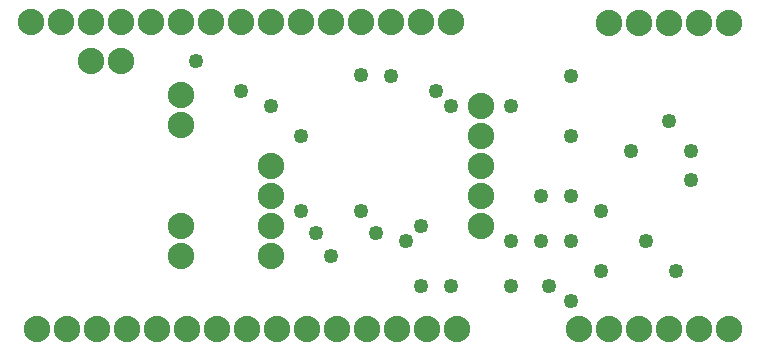
<source format=gbs>
G04 MADE WITH FRITZING*
G04 WWW.FRITZING.ORG*
G04 DOUBLE SIDED*
G04 HOLES PLATED*
G04 CONTOUR ON CENTER OF CONTOUR VECTOR*
%ASAXBY*%
%FSLAX23Y23*%
%MOIN*%
%OFA0B0*%
%SFA1.0B1.0*%
%ADD10C,0.049370*%
%ADD11C,0.088000*%
%LNMASK0*%
G90*
G70*
G54D10*
X1668Y826D03*
X1368Y426D03*
X2268Y676D03*
X1167Y927D03*
X2193Y776D03*
X2068Y676D03*
X1868Y926D03*
X1868Y526D03*
X1868Y726D03*
X1468Y826D03*
X1668Y376D03*
X1968Y476D03*
X868Y826D03*
X768Y876D03*
X1418Y876D03*
X1018Y401D03*
X1218Y401D03*
X1868Y176D03*
X1168Y476D03*
X1318Y376D03*
X1268Y925D03*
X968Y726D03*
X618Y976D03*
X2218Y276D03*
X1868Y376D03*
X1768Y376D03*
X1768Y526D03*
X1793Y226D03*
X2268Y577D03*
X1068Y326D03*
X1468Y226D03*
X1668Y226D03*
G54D11*
X1468Y1106D03*
X1368Y1106D03*
X1268Y1106D03*
X1168Y1106D03*
X1068Y1106D03*
X968Y1106D03*
X868Y1106D03*
X768Y1106D03*
X668Y1106D03*
X568Y1106D03*
X468Y1106D03*
X368Y1106D03*
X268Y1106D03*
X168Y1106D03*
X68Y1106D03*
X1486Y80D03*
X1386Y80D03*
X1286Y80D03*
X1186Y80D03*
X1086Y80D03*
X986Y80D03*
X886Y80D03*
X786Y80D03*
X686Y80D03*
X586Y80D03*
X486Y80D03*
X386Y80D03*
X286Y80D03*
X186Y80D03*
X86Y80D03*
X2395Y80D03*
X2295Y80D03*
X2195Y80D03*
X2095Y80D03*
X1995Y80D03*
X1895Y80D03*
X1568Y426D03*
X1568Y526D03*
X1568Y626D03*
X1568Y726D03*
X1568Y826D03*
X1568Y426D03*
X1568Y526D03*
X1568Y626D03*
X1568Y726D03*
X1568Y826D03*
X568Y326D03*
X568Y426D03*
X568Y326D03*
X568Y426D03*
X566Y760D03*
X566Y860D03*
X566Y760D03*
X566Y860D03*
X868Y326D03*
X868Y426D03*
X868Y526D03*
X868Y626D03*
X868Y326D03*
X868Y426D03*
X868Y526D03*
X868Y626D03*
X2393Y1101D03*
X2293Y1101D03*
X2193Y1101D03*
X2093Y1101D03*
X1993Y1101D03*
X368Y976D03*
X268Y976D03*
X368Y976D03*
X268Y976D03*
G54D10*
X1968Y276D03*
X2118Y376D03*
X1368Y226D03*
X968Y476D03*
G04 End of Mask0*
M02*
</source>
